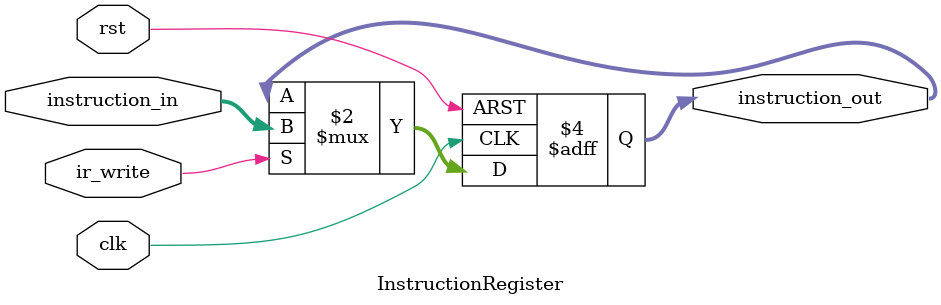
<source format=v>
module InstructionRegister (
    input  wire        clk,
    input  wire        rst,
    input ir_write,
    input  wire [31:0] instruction_in,
    output reg  [31:0] instruction_out
);

    always @(posedge clk or posedge rst) begin
        if (rst) begin
            instruction_out <= 32'b0; // Reset to zero on reset
        end else if (ir_write) begin
            instruction_out <= instruction_in; // Load new instruction on clock edge

        end
    end
endmodule

</source>
